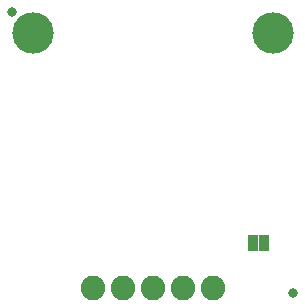
<source format=gbs>
G75*
%MOIN*%
%OFA0B0*%
%FSLAX25Y25*%
%IPPOS*%
%LPD*%
%AMOC8*
5,1,8,0,0,1.08239X$1,22.5*
%
%ADD10C,0.13800*%
%ADD11R,0.03300X0.05800*%
%ADD12C,0.08200*%
%ADD13C,0.03300*%
D10*
X0148333Y0135000D03*
X0228333Y0135000D03*
D11*
X0225105Y0065000D03*
X0221562Y0065000D03*
D12*
X0168333Y0050000D03*
X0178333Y0050000D03*
X0188333Y0050000D03*
X0198333Y0050000D03*
X0208333Y0050000D03*
D13*
X0234833Y0048500D03*
X0141333Y0142000D03*
M02*

</source>
